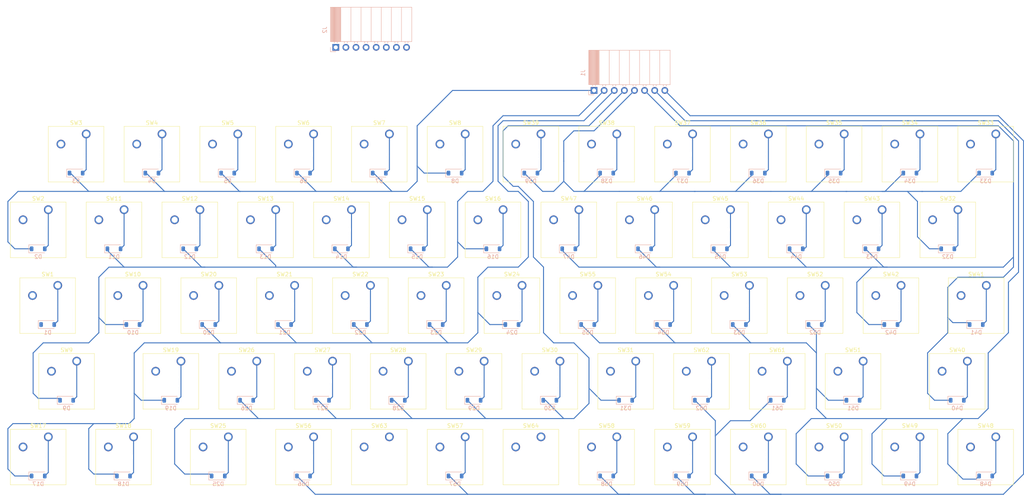
<source format=kicad_pcb>
(kicad_pcb (version 20221018) (generator pcbnew)

  (general
    (thickness 1.6)
  )

  (paper "A3")
  (layers
    (0 "F.Cu" signal)
    (31 "B.Cu" signal)
    (32 "B.Adhes" user "B.Adhesive")
    (33 "F.Adhes" user "F.Adhesive")
    (34 "B.Paste" user)
    (35 "F.Paste" user)
    (36 "B.SilkS" user "B.Silkscreen")
    (37 "F.SilkS" user "F.Silkscreen")
    (38 "B.Mask" user)
    (39 "F.Mask" user)
    (40 "Dwgs.User" user "User.Drawings")
    (41 "Cmts.User" user "User.Comments")
    (42 "Eco1.User" user "User.Eco1")
    (43 "Eco2.User" user "User.Eco2")
    (44 "Edge.Cuts" user)
    (45 "Margin" user)
    (46 "B.CrtYd" user "B.Courtyard")
    (47 "F.CrtYd" user "F.Courtyard")
    (48 "B.Fab" user)
    (49 "F.Fab" user)
    (50 "User.1" user)
    (51 "User.2" user)
    (52 "User.3" user)
    (53 "User.4" user)
    (54 "User.5" user)
    (55 "User.6" user)
    (56 "User.7" user)
    (57 "User.8" user)
    (58 "User.9" user)
  )

  (setup
    (pad_to_mask_clearance 0)
    (pcbplotparams
      (layerselection 0x00010fc_ffffffff)
      (plot_on_all_layers_selection 0x0000000_00000000)
      (disableapertmacros false)
      (usegerberextensions false)
      (usegerberattributes true)
      (usegerberadvancedattributes true)
      (creategerberjobfile true)
      (dashed_line_dash_ratio 12.000000)
      (dashed_line_gap_ratio 3.000000)
      (svgprecision 4)
      (plotframeref false)
      (viasonmask false)
      (mode 1)
      (useauxorigin false)
      (hpglpennumber 1)
      (hpglpenspeed 20)
      (hpglpendiameter 15.000000)
      (dxfpolygonmode true)
      (dxfimperialunits true)
      (dxfusepcbnewfont true)
      (psnegative false)
      (psa4output false)
      (plotreference true)
      (plotvalue true)
      (plotinvisibletext false)
      (sketchpadsonfab false)
      (subtractmaskfromsilk false)
      (outputformat 1)
      (mirror false)
      (drillshape 1)
      (scaleselection 1)
      (outputdirectory "")
    )
  )

  (net 0 "")
  (net 1 "Net-(D1-K)")
  (net 2 "Net-(D1-A)")
  (net 3 "Net-(D10-A)")
  (net 4 "Net-(D10-K)")
  (net 5 "Net-(D17-K)")
  (net 6 "Net-(D17-A)")
  (net 7 "Net-(D25-K)")
  (net 8 "Net-(D25-A)")
  (net 9 "Net-(D32-K)")
  (net 10 "Net-(D33-A)")
  (net 11 "Net-(D40-K)")
  (net 12 "Net-(D41-A)")
  (net 13 "Net-(D48-K)")
  (net 14 "Net-(D49-A)")
  (net 15 "Net-(D56-K)")
  (net 16 "Net-(D56-A)")
  (net 17 "Net-(J2-Pin_1)")
  (net 18 "Net-(J2-Pin_2)")
  (net 19 "Net-(J2-Pin_3)")
  (net 20 "Net-(J2-Pin_4)")
  (net 21 "Net-(J2-Pin_5)")
  (net 22 "Net-(J2-Pin_6)")
  (net 23 "Net-(J2-Pin_7)")
  (net 24 "Net-(J2-Pin_8)")
  (net 25 "unconnected-(SW63-Pad1)")
  (net 26 "unconnected-(SW63-Pad2)")
  (net 27 "unconnected-(SW64-Pad1)")
  (net 28 "unconnected-(SW64-Pad2)")
  (net 29 "Net-(D2-A)")
  (net 30 "Net-(D3-A)")
  (net 31 "Net-(D4-A)")
  (net 32 "Net-(D5-A)")
  (net 33 "Net-(D6-A)")
  (net 34 "Net-(D7-A)")
  (net 35 "Net-(D8-A)")
  (net 36 "Net-(D9-A)")
  (net 37 "Net-(D11-A)")
  (net 38 "Net-(D12-A)")
  (net 39 "Net-(D13-A)")
  (net 40 "Net-(D14-A)")
  (net 41 "Net-(D15-A)")
  (net 42 "Net-(D16-A)")
  (net 43 "Net-(D18-A)")
  (net 44 "Net-(D19-A)")
  (net 45 "Net-(D20-A)")
  (net 46 "Net-(D21-A)")
  (net 47 "Net-(D22-A)")
  (net 48 "Net-(D23-A)")
  (net 49 "Net-(D24-A)")
  (net 50 "Net-(D26-A)")
  (net 51 "Net-(D27-A)")
  (net 52 "Net-(D28-A)")
  (net 53 "Net-(D29-A)")
  (net 54 "Net-(D30-A)")
  (net 55 "Net-(D31-A)")
  (net 56 "Net-(D32-A)")
  (net 57 "Net-(D34-A)")
  (net 58 "Net-(D35-A)")
  (net 59 "Net-(D36-A)")
  (net 60 "Net-(D37-A)")
  (net 61 "Net-(D38-A)")
  (net 62 "Net-(D39-A)")
  (net 63 "Net-(D40-A)")
  (net 64 "Net-(D42-A)")
  (net 65 "Net-(D43-A)")
  (net 66 "Net-(D44-A)")
  (net 67 "Net-(D45-A)")
  (net 68 "Net-(D46-A)")
  (net 69 "Net-(D47-A)")
  (net 70 "Net-(D48-A)")
  (net 71 "Net-(D50-A)")
  (net 72 "Net-(D51-A)")
  (net 73 "Net-(D52-A)")
  (net 74 "Net-(D53-A)")
  (net 75 "Net-(D54-A)")
  (net 76 "Net-(D55-A)")
  (net 77 "Net-(D57-A)")
  (net 78 "Net-(D58-A)")
  (net 79 "Net-(D59-A)")
  (net 80 "Net-(D60-A)")
  (net 81 "Net-(D61-A)")
  (net 82 "Net-(D62-A)")

  (footprint "Button_Switch_Keyboard:SW_Cherry_MX_1.00u_PCB" (layer "F.Cu") (at 283.21 116.36375))

  (footprint "Button_Switch_Keyboard:SW_Cherry_MX_1.00u_PCB" (layer "F.Cu") (at 259.3975 154.46375))

  (footprint "Button_Switch_Keyboard:SW_Cherry_MX_1.00u_PCB" (layer "F.Cu") (at 111.76 116.36375))

  (footprint "Button_Switch_Keyboard:SW_Cherry_MX_1.00u_PCB" (layer "F.Cu") (at 249.8725 135.41375))

  (footprint "Button_Switch_Keyboard:SW_Cherry_MX_1.25u_PCB" (layer "F.Cu") (at 137.95375 173.51375))

  (footprint "Button_Switch_Keyboard:SW_Cherry_MX_1.00u_PCB" (layer "F.Cu") (at 273.685 173.51375))

  (footprint "Button_Switch_Keyboard:SW_Cherry_MX_1.00u_PCB" (layer "F.Cu") (at 254.635 97.31375))

  (footprint "Button_Switch_Keyboard:SW_Cherry_MX_1.00u_PCB" (layer "F.Cu") (at 211.7725 135.41375))

  (footprint "Button_Switch_Keyboard:SW_Cherry_MX_1.00u_PCB" (layer "F.Cu") (at 178.435 97.31375))

  (footprint "Button_Switch_Keyboard:SW_Cherry_MX_1.00u_PCB" (layer "F.Cu") (at 197.485 173.51375))

  (footprint "Button_Switch_Keyboard:SW_Cherry_MX_1.00u_PCB" (layer "F.Cu") (at 197.485 97.31375))

  (footprint "Button_Switch_Keyboard:SW_Cherry_MX_1.00u_PCB" (layer "F.Cu") (at 230.8225 135.41375))

  (footprint "Button_Switch_Keyboard:SW_Cherry_MX_1.00u_PCB" (layer "F.Cu") (at 302.26 116.36375))

  (footprint "Button_Switch_Keyboard:SW_Cherry_MX_1.00u_PCB" (layer "F.Cu") (at 92.71 116.36375))

  (footprint "Button_Switch_Keyboard:SW_Cherry_MX_1.00u_PCB" (layer "F.Cu") (at 292.735 97.31375))

  (footprint "Button_Switch_Keyboard:SW_Cherry_MX_1.00u_PCB" (layer "F.Cu") (at 145.0975 154.46375))

  (footprint "Button_Switch_Keyboard:SW_Cherry_MX_1.00u_PCB" (layer "F.Cu") (at 149.86 116.36375))

  (footprint "Button_Switch_Keyboard:SW_Cherry_MX_1.00u_PCB" (layer "F.Cu") (at 287.9725 135.41375))

  (footprint "Button_Switch_Keyboard:SW_Cherry_MX_1.00u_PCB" (layer "F.Cu") (at 116.5225 135.41375))

  (footprint "Button_Switch_Keyboard:SW_Cherry_MX_1.00u_PCB" (layer "F.Cu") (at 140.335 97.31375))

  (footprint "Button_Switch_Keyboard:SW_Cherry_MX_1.00u_PCB" (layer "F.Cu") (at 273.685 97.31375))

  (footprint "Button_Switch_Keyboard:SW_Cherry_MX_1.00u_PCB" (layer "F.Cu") (at 321.31 116.36375))

  (footprint "Button_Switch_Keyboard:SW_Cherry_MX_1.00u_PCB" (layer "F.Cu") (at 307.0225 135.41375))

  (footprint "Button_Switch_Keyboard:SW_Cherry_MX_1.00u_PCB" (layer "F.Cu") (at 183.1975 154.46375))

  (footprint "Button_Switch_Keyboard:SW_Cherry_MX_1.25u_PCB" (layer "F.Cu") (at 95.09125 135.41375))

  (footprint "Button_Switch_Keyboard:SW_Cherry_MX_1.00u_PCB" (layer "F.Cu") (at 216.535 173.51375))

  (footprint "Button_Switch_Keyboard:SW_Cherry_MX_1.00u_PCB" (layer "F.Cu") (at 278.4475 154.46375))

  (footprint "Button_Switch_Keyboard:SW_Cherry_MX_1.00u_PCB" (layer "F.Cu") (at 202.2475 154.46375))

  (footprint "Button_Switch_Keyboard:SW_Cherry_MX_1.00u_PCB" (layer "F.Cu") (at 297.4975 154.46375))

  (footprint "Button_Switch_Keyboard:SW_Cherry_MX_1.00u_PCB" (layer "F.Cu") (at 245.11 116.36375))

  (footprint "Button_Switch_Keyboard:SW_Cherry_MX_1.00u_PCB" (layer "F.Cu") (at 254.635 173.51375))

  (footprint "Button_Switch_Keyboard:SW_Cherry_MX_1.00u_PCB" (layer "F.Cu") (at 130.81 116.36375))

  (footprint "Button_Switch_Keyboard:SW_Cherry_MX_1.00u_PCB" (layer "F.Cu") (at 159.385 173.51375))

  (footprint "Button_Switch_Keyboard:SW_Cherry_MX_1.00u_PCB" (layer "F.Cu") (at 207.01 116.36375))

  (footprint "Button_Switch_Keyboard:SW_Cherry_MX_1.00u_PCB" (layer "F.Cu") (at 92.71 173.51375))

  (footprint "Button_Switch_Keyboard:SW_Cherry_MX_1.25u_PCB" (layer "F.Cu") (at 328.45375 135.41375))

  (footprint "Button_Switch_Keyboard:SW_Cherry_MX_1.00u_PCB" (layer "F.Cu") (at 126.0475 154.46375))

  (footprint "Button_Switch_Keyboard:SW_Cherry_MX_1.00u_PCB" (layer "F.Cu") (at 330.835 173.51375))

  (footprint "Button_Switch_Keyboard:SW_Cherry_MX_1.00u_PCB" (layer "F.Cu") (at 235.585 97.31375))

  (footprint "Button_Switch_Keyboard:SW_Cherry_MX_1.00u_PCB" (layer "F.Cu") (at 221.2975 154.46375))

  (footprint "Button_Switch_Keyboard:SW_Cherry_MX_1.00u_PCB" (layer "F.Cu") (at 216.535 97.31375))

  (footprint "Button_Switch_Keyboard:SW_Cherry_MX_1.00u_PCB" (layer "F.Cu")
    (tstamp a29d0987-fc1b-479e-89c1-4957eae3384f)
    (at 268.9225 135.41375)
    (descr "Cherry MX keyswitch, 1.00u, PCB mount, http://cherryamericas.com/wp-content/uploads/2014/12/mx_cat.pdf")
    (tags "Cherry MX keyswitch 1.00u PCB")
    (property "Sheetfile" "xantronix-z32.kicad_sch")
    (property "Sheetname" "")
    (property "ki_description" "Push button switch, generic, two pins")
    (property "ki_keywords" "switch normally-open pushbutton push-button")
    (path "/e818bc00-1e8f-44e3-b9f4-0bae43ab4fb8")
    (attr through_hole)
    (fp_text reference "SW53" (at -2.54 -2.794) (layer "F.SilkS")
        (effects (font (size 1 1) (thickness 0.15)))
      (tstamp cb3cf7f9-8c81-468e-8413-26def3be3526)
    )
    (fp_text value "SW_Push" (at -2.54 12.954) (layer "F.Fab")
        (effects (font (size 1 1) (thickness 0.15)))
      (tstamp 5182fbc3-0c7b-453c-aafd-532198d8e30e)
    )
    (fp_text user "${REFERENCE}" (at -2.54 -2.794) (layer "F.Fab")
        (effects (font (size 1 1) (thickness 0.15)))
      (tstamp 68a1dcc7-8161-4f6b-9b42-7c6638961b1c)
    )
    (fp_line (start -9.525 -1.905) (end 4.445 -1.905)
      (stroke (width 0.12) (type solid)) (layer "F.SilkS") (tstamp 08667e8a-8c72-429f-b2e6-5db12ca88ec3))
    (fp_line (start -9.525 12.065) (end -9.525 -1.905)
      (stroke (width 0.12) (type solid)) (layer "F.SilkS") (tstamp 0c747d89-b9cd-4ce8-9ab2-10088c866c2a))
    (fp_line (start 4.445 -1.905) (end 4.445 12.065)
      (stroke (width 0.12) (type solid)) (layer "F.SilkS") (tstamp f19d8e3e-1608-4cbf-9820-4000cc5e77a2))
    (fp_line (start 4.445 12.065) (end -9.525 12.065)
      (stroke (width 0.12) (type solid)) (layer "F.SilkS") (tstamp 4c4f0c93-87ab-4c00-841e-6a65574447aa))
    (fp_line (start -12.065 -4.445) (end 6.985 -4.445)
      (stroke (width 0.15) (type solid)) (layer "Dwgs.User") (tstamp e7e1ea46-d40c-432d-9e55-5a9b96b52741))
    (fp_line (start -12.065 14.605) (end -12.065 -4.445)
      (stroke (width 0.15) (type solid)) (layer "Dwgs.User") (tstamp 8db66b3b-fa37-4c8f-aaa0-111a725d8bc4))
    (fp_line (start 6.985 -4.445) (end 6.985 14.605)
      (stroke (width 0.15) (type solid)) (layer "Dwgs.User") (tstamp b1ad30f7-8a1d-476a-a2c5-5037a5d7450c))
    (fp_line (start 6.985 14.605) (end -12.065 14.605)
      (stroke (width 0.15) (type solid)) (layer "Dwgs.User") (tstamp 4924eca8-f13b-43e7-a3d0-2f8a8208b8df))
    (fp_line (start -9.14 -1.52) (end 4.06 -1.52)
      (stroke (width 0.05) (type solid)) (layer "F.CrtYd") (tstamp 4c571deb-62
... [467879 chars truncated]
</source>
